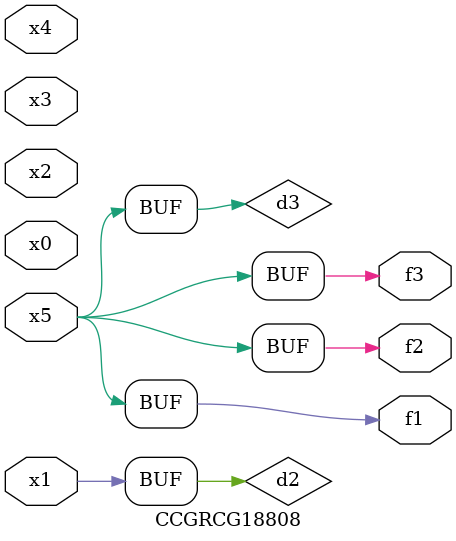
<source format=v>
module CCGRCG18808(
	input x0, x1, x2, x3, x4, x5,
	output f1, f2, f3
);

	wire d1, d2, d3;

	not (d1, x5);
	or (d2, x1);
	xnor (d3, d1);
	assign f1 = d3;
	assign f2 = d3;
	assign f3 = d3;
endmodule

</source>
